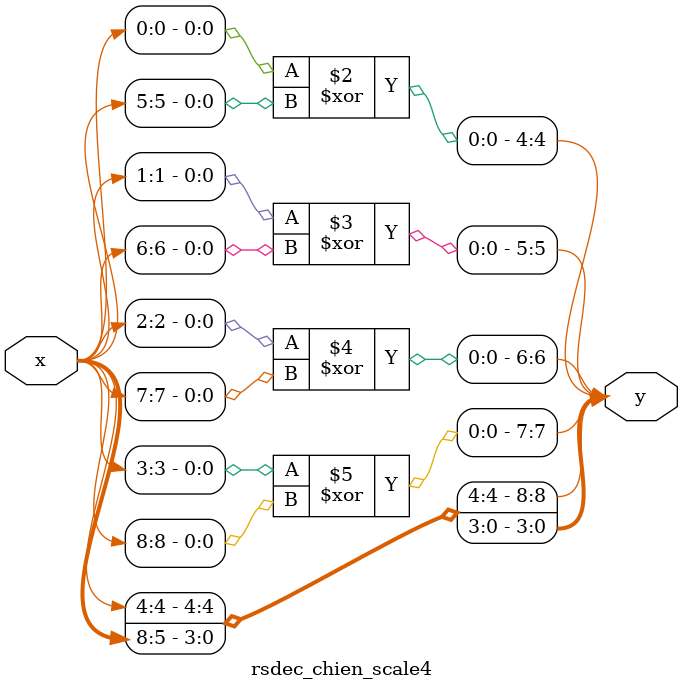
<source format=v>
module rsdec_chien_scale4 (y, x);
	input [8:0] x;
	output [8:0] y;
	reg [8:0] y;
	always @ (x)
	begin
		y[0] = x[5];
		y[1] = x[6];
		y[2] = x[7];
		y[3] = x[8];
		y[4] = x[0] ^ x[5];
		y[5] = x[1] ^ x[6];
		y[6] = x[2] ^ x[7];
		y[7] = x[3] ^ x[8];
		y[8] = x[4];
	end
endmodule
</source>
